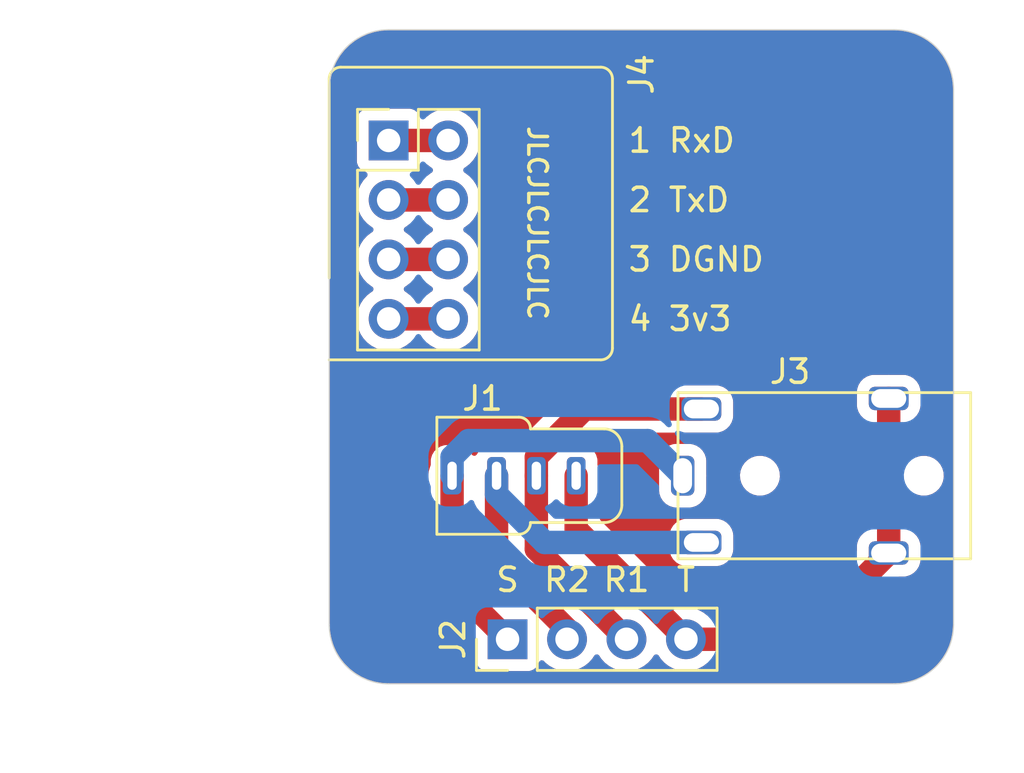
<source format=kicad_pcb>
(kicad_pcb (version 20221018) (generator pcbnew)
  (layers (0 "F.Cu" signal) (31 "B.Cu" signal) (34 "B.Paste" user) (35 "F.Paste" user) (36 "B.SilkS" user "B.Silkscreen") (37 "F.SilkS" user "F.Silkscreen") (38 "B.Mask" user) (39 "F.Mask" user) (44 "Edge.Cuts" user))
  (net 0 "")
  (net 1 "/TIP")
  (net 2 "/RING1")
  (net 3 "/RING2")
  (net 4 "/SLEEVE")
  (net 5 "Net-(J4-Pad2)")
  (net 6 "Net-(J4-Pad3)")
  (net 7 "Net-(J4-Pad1)")
  (net 8 "Net-(J4-Pad4)")
  (footprint "Connector_PinHeader_2.54mm:PinHeader_1x04_P2.54mm_Vertical" (layer "F.Cu") (at 7.62 6.985 90)
    (fp_text reference "J2" (at 0 -2.33 90) (layer "F.SilkS"))
    (fp_text value "Conn_01x04")
    (fp_line (start -1.33 -1.33) (end 0 -1.33) (stroke (width 0.12)) (layer "F.SilkS"))
    (fp_line (start -1.33 0) (end -1.33 -1.33) (stroke (width 0.12)) (layer "F.SilkS"))
    (fp_line (start -1.33 1.27) (end -1.33 8.95) (stroke (width 0.12)) (layer "F.SilkS"))
    (fp_line (start -1.33 1.27) (end 1.33 1.27) (stroke (width 0.12)) (layer "F.SilkS"))
    (fp_line (start -1.33 8.95) (end 1.33 8.95) (stroke (width 0.12)) (layer "F.SilkS"))
    (fp_line (start 1.33 1.27) (end 1.33 8.95) (stroke (width 0.12)) (layer "F.SilkS"))
    (pad "1" thru_hole rect (at 0 0 90) (size 1.7 1.7) (drill 1) (layers "*.Cu" "*.Mask") (net 4 "/SLEEVE"))
    (pad "2" thru_hole oval (at 0 2.54 90) (size 1.7 1.7) (drill 1) (layers "*.Cu" "*.Mask") (net 3 "/RING2"))
    (pad "3" thru_hole oval (at 0 5.08 90) (size 1.7 1.7) (drill 1) (layers "*.Cu" "*.Mask") (net 2 "/RING1"))
    (pad "4" thru_hole oval (at 0 7.62 90) (size 1.7 1.7) (drill 1) (layers "*.Cu" "*.Mask") (net 1 "/TIP"))
  )
  (footprint "Gigahawk:54-00174" (layer "F.Cu") (at 25.4 0 180)
    (fp_text reference "J3" (at 5.715 4.445) (layer "F.SilkS"))
    (fp_text value "AudioJack4")
    (fp_line (start -2 -3.55) (end -2 3.55) (stroke (width 0.12)) (layer "F.SilkS"))
    (fp_line (start -2 -3.55) (end 10.5 -3.55) (stroke (width 0.12)) (layer "F.SilkS"))
    (fp_line (start -2 3.55) (end 10.5 3.55) (stroke (width 0.12)) (layer "F.SilkS"))
    (fp_line (start 10.5 -3.55) (end 10.5 3.55) (stroke (width 0.12)) (layer "F.SilkS"))
    (pad "" np_thru_hole circle (at 0 0 180) (size 1.2 1.2) (drill 1.2) (layers "*.Cu" "*.Mask"))
    (pad "" np_thru_hole circle (at 7 0 270) (size 1.2 1.2) (drill 1.2) (layers "*.Cu" "*.Mask"))
    (pad "R1" thru_hole roundrect (at 9.5 2.85 180) (size 1.7 1) (drill oval 1.5 0.8) (layers "*.Cu" "*.Mask") (net 2 "/RING1"))
    (pad "R2" thru_hole roundrect (at 9.5 -2.85) (size 1.71 1) (drill oval 1.5 0.8) (layers "*.Cu" "*.Mask") (net 3 "/RING2"))
    (pad "S" thru_hole roundrect (at 10.3 0 90) (size 1.7 1) (drill oval 1.5 0.8) (layers "*.Cu" "*.Mask") (net 4 "/SLEEVE"))
    (pad "T" thru_hole roundrect (at 1.5 -3.3) (size 1.7 1) (drill oval 1.5 0.8) (layers "*.Cu" "*.Mask") (net 1 "/TIP"))
    (pad "T" thru_hole roundrect (at 1.5 3.3) (size 1.7 1) (drill oval 1.5 0.8) (layers "*.Cu" "*.Mask") (net 1 "/TIP"))
  )
  (footprint "Gigahawk:54-00035" (layer "F.Cu") (at 5.25 0)
    (fp_text reference "J1" (at 1.3 -3.3) (layer "F.SilkS"))
    (fp_text value "AudioPlug4")
    (fp_line (start -0.65 -2.5) (end -0.65 2.5) (stroke (width 0.12)) (layer "F.SilkS"))
    (fp_line (start -0.65 -2.5) (end 2.85 -2.5) (stroke (width 0.12)) (layer "F.SilkS"))
    (fp_line (start -0.65 2.5) (end 2.85 2.5) (stroke (width 0.12)) (layer "F.SilkS"))
    (fp_line (start 3.35 -2) (end 6.5 -2) (stroke (width 0.12)) (layer "F.SilkS"))
    (fp_line (start 3.35 2) (end 6.5 2) (stroke (width 0.12)) (layer "F.SilkS"))
    (fp_line (start 7.25 -1.25) (end 7.25 1.25) (stroke (width 0.12)) (layer "F.SilkS"))
    (fp_arc (start 2.85 -2.5) (mid 3.203553 -2.353553) (end 3.35 -2) (stroke (width 0.12)) (layer "F.SilkS"))
    (fp_arc (start 3.35 2) (mid 3.203553 2.353553) (end 2.85 2.5) (stroke (width 0.12)) (layer "F.SilkS"))
    (fp_arc (start 6.5 -2) (mid 7.03033 -1.78033) (end 7.25 -1.25) (stroke (width 0.12)) (layer "F.SilkS"))
    (fp_arc (start 7.25 1.25) (mid 7.03033 1.78033) (end 6.5 2) (stroke (width 0.12)) (layer "F.SilkS"))
    (pad "R1" thru_hole roundrect (at 3.6 0 90) (size 1.6 0.8) (drill oval 1.2 0.4) (layers "*.Cu" "*.Mask") (net 2 "/RING1"))
    (pad "R2" thru_hole roundrect (at 1.9 0 90) (size 1.6 0.8) (drill oval 1.2 0.4) (layers "*.Cu" "*.Mask") (net 3 "/RING2"))
    (pad "S" thru_hole roundrect (at 0 0 90) (size 1.6 0.8) (drill oval 1.2 0.4) (layers "*.Cu" "*.Mask") (net 4 "/SLEEVE"))
    (pad "T" thru_hole roundrect (at 5.3 0 90) (size 1.6 0.8) (drill oval 1.2 0.4) (layers "*.Cu" "*.Mask") (net 1 "/TIP"))
  )
  (footprint "Gigahawk:IPOD_4TH_REMOTE_BREAKOUT" (layer "F.Cu") (at 0 -6.7 -90)
    (fp_text reference "J4" (at -10.445 -13.335 90) (layer "F.SilkS"))
    (fp_text value "Conn_01x04")
    (fp_line (start -10.75 -0.5) (end -10.75 -11.6) (stroke (width 0.12)) (layer "F.SilkS"))
    (fp_line (start -10.25 -12.1) (end 1.25 -12.1) (stroke (width 0.12)) (layer "F.SilkS"))
    (fp_line (start -8.95 -6.41) (end 1.33 -6.41) (stroke (width 0.12)) (layer "F.SilkS"))
    (fp_line (start -8.95 -3.81) (end -8.95 -6.41) (stroke (width 0.12)) (layer "F.SilkS"))
    (fp_line (start -8.95 -1.21) (end -8.95 -2.54) (stroke (width 0.12)) (layer "F.SilkS"))
    (fp_line (start -7.62 -1.21) (end -8.95 -1.21) (stroke (width 0.12)) (layer "F.SilkS"))
    (fp_line (start -6.35 -3.81) (end -8.95 -3.81) (stroke (width 0.12)) (layer "F.SilkS"))
    (fp_line (start -6.35 -1.21) (end -6.35 -3.81) (stroke (width 0.12)) (layer "F.SilkS"))
    (fp_line (start -6.35 -1.21) (end 1.33 -1.21) (stroke (width 0.12)) (layer "F.SilkS"))
    (fp_line (start -1.75 0) (end -10.25 0) (stroke (width 0.12)) (layer "F.SilkS"))
    (fp_line (start 1.33 -1.21) (end 1.33 -6.41) (stroke (width 0.12)) (layer "F.SilkS"))
    (fp_line (start 1.75 -11.6) (end 1.75 0) (stroke (width 0.12)) (layer "F.SilkS"))
    (fp_arc (start -10.75 -11.6) (mid -10.603553 -11.953553) (end -10.25 -12.1) (stroke (width 0.12)) (layer "F.SilkS"))
    (fp_arc (start -10.25 0) (mid -10.603553 -0.146447) (end -10.75 -0.5) (stroke (width 0.12)) (layer "F.SilkS"))
    (fp_arc (start 1.25 -12.1) (mid 1.603553 -11.953553) (end 1.75 -11.6) (stroke (width 0.12)) (layer "F.SilkS"))
    (pad "1" thru_hole oval (at -7.62 -5.08) (size 1.7 1.7) (drill 1) (layers "*.Cu" "*.Mask") (net 7 "Net-(J4-Pad1)"))
    (pad "1" thru_hole rect (at -7.62 -2.54) (size 1.7 1.7) (drill 1) (layers "*.Cu" "*.Mask") (net 7 "Net-(J4-Pad1)"))
    (pad "2" thru_hole oval (at -5.08 -5.08) (size 1.7 1.7) (drill 1) (layers "*.Cu" "*.Mask") (net 5 "Net-(J4-Pad2)"))
    (pad "2" thru_hole oval (at -5.08 -2.54) (size 1.7 1.7) (drill 1) (layers "*.Cu" "*.Mask") (net 5 "Net-(J4-Pad2)"))
    (pad "3" thru_hole oval (at -2.54 -5.08) (size 1.7 1.7) (drill 1) (layers "*.Cu" "*.Mask") (net 6 "Net-(J4-Pad3)"))
    (pad "3" thru_hole oval (at -2.54 -2.54) (size 1.7 1.7) (drill 1) (layers "*.Cu" "*.Mask") (net 6 "Net-(J4-Pad3)"))
    (pad "4" thru_hole oval (at 0 -5.08) (size 1.7 1.7) (drill 1) (layers "*.Cu" "*.Mask") (net 8 "Net-(J4-Pad4)"))
    (pad "4" thru_hole oval (at 0 -2.54) (size 1.7 1.7) (drill 1) (layers "*.Cu" "*.Mask") (net 8 "Net-(J4-Pad4)"))
  )
  (gr_line (start 0 6.35) (end 0 -16.51) (stroke (width 0.05)) (layer "Edge.Cuts"))
  (gr_arc (start 2.54 8.89) (mid 0.743949 8.146051) (end 0 6.35) (stroke (width 0.05)) (layer "Edge.Cuts"))
  (gr_arc (start 0 -16.51) (mid 0.743949 -18.306051) (end 2.54 -19.05) (stroke (width 0.05)) (layer "Edge.Cuts"))
  (gr_arc (start 26.67 6.35) (mid 25.926051 8.146051) (end 24.13 8.89) (stroke (width 0.05)) (layer "Edge.Cuts"))
  (gr_line (start 24.13 8.89) (end 2.54 8.89) (stroke (width 0.05)) (layer "Edge.Cuts"))
  (gr_arc (start 24.13 -19.05) (mid 25.926051 -18.306051) (end 26.67 -16.51) (stroke (width 0.05)) (layer "Edge.Cuts"))
  (gr_line (start 2.54 -19.05) (end 24.13 -19.05) (stroke (width 0.05)) (layer "Edge.Cuts"))
  (gr_line (start 26.67 -16.51) (end 26.67 6.35) (stroke (width 0.05)) (layer "Edge.Cuts"))
  (gr_text "R2" (at 10.16 4.445) (layer "F.SilkS") (effects (font (size 1 1))))
  (gr_text "R1\n" (at 12.7 4.445) (layer "F.SilkS") (effects (font (size 1 1))))
  (gr_text "T" (at 15.24 4.445) (layer "F.SilkS") (effects (font (size 1 1))))
  (gr_text "1 RxD" (at 12.7 -14.32) (layer "F.SilkS") (effects (font (size 1 1)) (justify left)))
  (gr_text "4 3v3" (at 12.7 -6.7) (layer "F.SilkS") (effects (font (size 1 1)) (justify left)))
  (gr_text "S" (at 7.62 4.445) (layer "F.SilkS") (effects (font (size 1 1))))
  (gr_text "3 DGND" (at 12.7 -9.24) (layer "F.SilkS") (effects (font (size 1 1)) (justify left)))
  (gr_text "2 TxD" (at 12.7 -11.78) (layer "F.SilkS") (effects (font (size 1 1)) (justify left)))
  (gr_text "JLCJLCJLCJLC" (at 8.89 -10.795 270) (layer "F.SilkS") (effects (font (size 0.8 0.8))))
  (segment (start 23.9 -3.3) (end 23.9 3.3) (width 1) (layer "F.Cu") (net 1))
  (segment (start 10.55 2.295) (end 15.24 6.985) (width 1) (layer "F.Cu") (net 1))
  (segment (start 15.24 6.985) (end 20.215 6.985) (width 1) (layer "F.Cu") (net 1))
  (segment (start 10.55 0) (end 10.55 2.295) (width 1) (layer "F.Cu") (net 1))
  (segment (start 20.215 6.985) (end 23.9 3.3) (width 1) (layer "F.Cu") (net 1))
  (segment (start 8.85 3.135) (end 12.7 6.985) (width 1) (layer "F.Cu") (net 2))
  (segment (start 8.85 0) (end 8.85 3.135) (width 1) (layer "F.Cu") (net 2))
  (segment (start 8.85 0) (end 8.85 -0.8) (width 1) (layer "F.Cu") (net 2))
  (segment (start 8.85 -0.8) (end 10.9 -2.85) (width 1) (layer "F.Cu") (net 2))
  (segment (start 10.9 -2.85) (end 15.9 -2.85) (width 1) (layer "F.Cu") (net 2))
  (segment (start 7.15 3.554998) (end 10.16 6.564998) (width 1) (layer "F.Cu") (net 3))
  (segment (start 10.16 6.564998) (end 10.16 6.985) (width 1) (layer "F.Cu") (net 3))
  (segment (start 7.15 0) (end 7.15 3.554998) (width 1) (layer "F.Cu") (net 3))
  (segment (start 7.15 0) (end 7.15 0.8) (width 1) (layer "B.Cu") (net 3))
  (segment (start 9.2 2.85) (end 15.9 2.85) (width 1) (layer "B.Cu") (net 3))
  (segment (start 7.15 0.8) (end 9.2 2.85) (width 1) (layer "B.Cu") (net 3))
  (segment (start 5.25 0) (end 5.25 4.615) (width 1) (layer "F.Cu") (net 4))
  (segment (start 5.25 4.615) (end 7.62 6.985) (width 1) (layer "F.Cu") (net 4))
  (segment (start 5.25 0) (end 5.25 -0.8) (width 1) (layer "B.Cu") (net 4))
  (segment (start 5.25 -0.8) (end 5.95001 -1.50001) (width 1) (layer "B.Cu") (net 4))
  (segment (start 5.95001 -1.50001) (end 13.59999 -1.50001) (width 1) (layer "B.Cu") (net 4))
  (segment (start 13.59999 -1.50001) (end 15.1 0) (width 1) (layer "B.Cu") (net 4))
  (segment (start 2.54 -11.78) (end 5.08 -11.78) (width 1) (layer "F.Cu") (net 5))
  (segment (start 2.54 -9.24) (end 5.08 -9.24) (width 1) (layer "F.Cu") (net 6))
  (segment (start 5.08 -14.32) (end 2.54 -14.32) (width 1) (layer "F.Cu") (net 7))
  (segment (start 5.08 -6.7) (end 2.54 -6.7) (width 1) (layer "F.Cu") (net 8))
  (zone (net 0) (net_name "") (layer "F.Cu") (connect_pads (clearance 0.508)) (min_thickness 0.254) (fill yes (thermal_gap 0.508) (thermal_bridge_width 0.508))
    (polygon (pts (xy 27.94 12.7) (xy -2.54 12.7) (xy -2.54 -20.32) (xy 27.94 -20.32)))
  )
  (zone (net 0) (net_name "") (layer "B.Cu") (connect_pads (clearance 0.508)) (min_thickness 0.254) (fill yes (thermal_gap 0.508) (thermal_bridge_width 0.508))
    (polygon (pts (xy 27.94 12.7) (xy -2.54 12.7) (xy -2.54 -20.32) (xy 27.94 -20.32)))
  )
)
</source>
